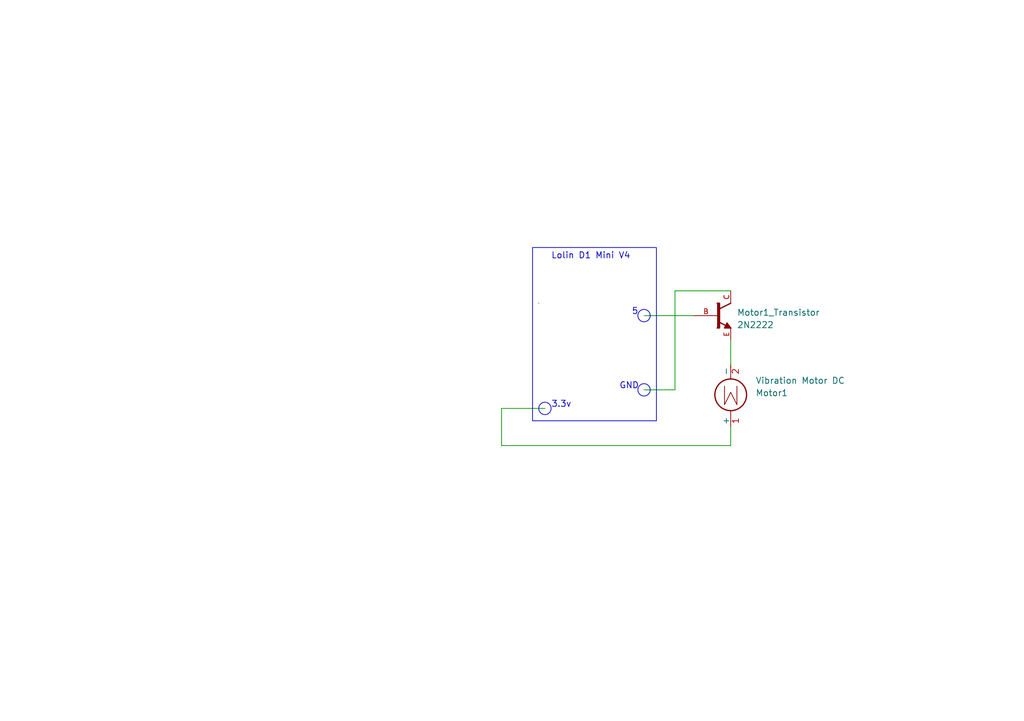
<source format=kicad_sch>
(kicad_sch (version 20230121) (generator eeschema)
  (paper "A5")
  (lib_symbols
    (symbol "2n2222:2N2222" (pin_names (offset 1.016) hide)
      (property "Reference" "Q" (at 3.81 0 0))
      (property "Value" "2N2222" (at 0 3.81 0))
      (symbol "2N2222_0_0"
        (polyline (pts (xy 0 -1.27) (xy 2.54 -2.54) (xy 2.54 -2.54)) (stroke (width 0.254)))
        (polyline (pts (xy 2.54 2.54) (xy 0 1.27) (xy 0 1.27)) (stroke (width 0.254)))
        (polyline (pts (xy -0.254 2.54) (xy 0.254 2.54) (xy 0.254 -2.54) (xy -0.254 -2.54) (xy -0.254 -2.54)) (stroke (width 0.254)) (fill (type outline)))
        (polyline (pts (xy 2.54 -2.54) (xy 1.27 -2.54) (xy 1.778 -1.524) (xy 2.54 -2.54) (xy 2.54 -2.54)) (stroke (width 0.254)) (fill (type outline)))
      )
      (symbol "2N2222_1_1"
        (pin input line (at -5.08 0 0) (length 5.08) (name "B") (number "B"))
        (pin passive line (at 2.54 5.08 270) (length 2.54) (name "C") (number "C"))
        (pin passive line (at 2.54 -5.08 90) (length 2.54) (name "E") (number "E"))
      )
    )
    (symbol "Motor:Motor_DC" (pin_names (offset 0))
      (property "Reference" "M" (at 2.54 2.54 0))
      (property "Value" "Motor_DC" (at 2.54 -5.08 0))
      (symbol "Motor_DC_0_0"
        (polyline (pts (xy -1.27 -3.302) (xy -1.27 0.508) (xy 0 -2.032) (xy 1.27 0.508) (xy 1.27 -3.302)))
      )
      (symbol "Motor_DC_0_1"
        (circle (center 0 -1.524) (radius 3.2512) (stroke (width 0.254)))
        (polyline (pts (xy 0 -7.62) (xy 0 -7.112)))
        (polyline (pts (xy 0 -4.7752) (xy 0 -5.1816)))
        (polyline (pts (xy 0 1.7272) (xy 0 2.0828)))
        (polyline (pts (xy 0 2.032) (xy 0 2.54)))
      )
      (symbol "Motor_DC_1_1"
        (pin passive line (at 0 5.08 270) (length 2.54) (name "+") (number "1"))
        (pin passive line (at 0 -7.62 90) (length 2.54) (name "-") (number "2"))
      )
    )
  )
  (wire (pts (xy 149.86 91.44) (xy 102.87 91.44)))
  (wire (pts (xy 149.86 87.63) (xy 149.86 91.44)))
  (wire (pts (xy 132.08 64.77) (xy 142.24 64.77)))
  (wire (pts (xy 138.43 59.69) (xy 138.43 80.01)))
  (wire (pts (xy 102.87 91.44) (xy 102.87 83.82)))
  (wire (pts (xy 102.87 83.82) (xy 111.76 83.82)))
  (wire (pts (xy 149.86 69.85) (xy 149.86 74.93)))
  (wire (pts (xy 132.08 80.01) (xy 138.43 80.01)))
  (wire (pts (xy 149.86 59.69) (xy 138.43 59.69)))
  (circle (center 132.08 80.01) (radius 1.27))
  (rectangle (start 110.49 62.23) (end 110.49 62.23))
  (rectangle (start 109.22 50.8) (end 134.62 86.36))
  (circle (center 132.08 64.77) (radius 1.27))
  (circle (center 111.76 83.82) (radius 1.27))
  (text "5" (at 129.54 64.77 0) (effects (font (size 1.27 1.27)) (justify left bottom)))
  (text "3.3v" (at 113.03 83.82 0) (effects (font (size 1.27 1.27)) (justify left bottom)))
  (text "GND" (at 127 80.01 0) (effects (font (size 1.27 1.27)) (justify left bottom)))
  (text "Lolin D1 Mini V4" (at 113.03 53.34 0) (effects (font (size 1.27 1.27)) (justify left bottom)))
  (symbol (lib_id "Motor:Motor_DC") (at 149.86 82.55 0) (mirror x) (unit 1)
    (property "Reference" "Motor1" (at 154.94 80.645 0) (effects (justify left)))
    (property "Value" "Vibration Motor DC" (at 154.94 78.105 0) (effects (justify left)))
  )
  (symbol (lib_id "2n2222:2N2222") (at 147.32 64.77 0) (unit 1)
    (property "Reference" "Motor1_Transistor" (at 151.13 64.135 0) (effects (justify left)))
    (property "Value" "2N2222" (at 151.13 66.675 0) (effects (justify left)))
  )
)
</source>
